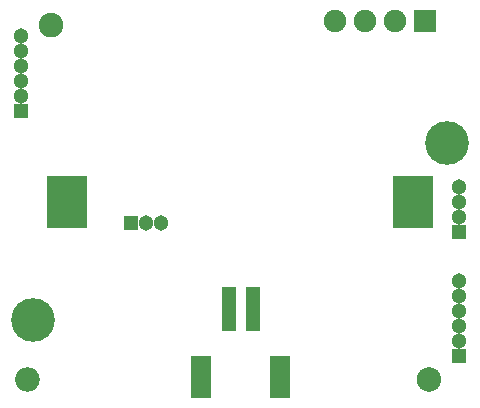
<source format=gbr>
%TF.GenerationSoftware,Altium Limited,Altium Designer,20.1.14 (287)*%
G04 Layer_Color=16711935*
%FSLAX45Y45*%
%MOMM*%
%TF.SameCoordinates,D919A4BC-3EF6-4BA5-801F-EB9C9E4D33F9*%
%TF.FilePolarity,Negative*%
%TF.FileFunction,Soldermask,Bot*%
%TF.Part,Single*%
G01*
G75*
%TA.AperFunction,NonConductor*%
%ADD63C,0.10000*%
%TA.AperFunction,ComponentPad*%
%ADD93C,3.70320*%
%ADD94R,1.30320X1.30320*%
%ADD95C,1.30320*%
%ADD96C,1.90320*%
%ADD97R,1.90320X1.90320*%
%ADD98R,1.30320X1.30320*%
%TA.AperFunction,SMDPad,CuDef*%
%ADD101R,3.40320X4.40320*%
%ADD102R,1.70320X3.60320*%
%ADD103R,1.20320X3.70320*%
G36*
X429169Y3296157D02*
X447368Y3288619D01*
X463746Y3277675D01*
X477675Y3263746D01*
X488619Y3247368D01*
X496157Y3229169D01*
X500000Y3209849D01*
Y3200000D01*
Y3190151D01*
X496157Y3170831D01*
X488619Y3152632D01*
X477675Y3136254D01*
X463746Y3122325D01*
X447368Y3111381D01*
X429169Y3103843D01*
X409849Y3100000D01*
X390151D01*
X370831Y3103843D01*
X352632Y3111381D01*
X336254Y3122325D01*
X322325Y3136254D01*
X311381Y3152632D01*
X303843Y3170831D01*
X300000Y3190151D01*
Y3200000D01*
Y3209849D01*
X303843Y3229169D01*
X311381Y3247368D01*
X322325Y3263746D01*
X336254Y3277675D01*
X352632Y3288619D01*
X370831Y3296157D01*
X390151Y3300000D01*
X409849D01*
X429169Y3296157D01*
D02*
G37*
G36*
X229169Y296157D02*
X247368Y288619D01*
X263746Y277675D01*
X277675Y263746D01*
X288619Y247368D01*
X296157Y229169D01*
X300000Y209849D01*
Y200000D01*
Y190151D01*
X296157Y170831D01*
X288619Y152632D01*
X277675Y136254D01*
X263746Y122325D01*
X247368Y111381D01*
X229169Y103843D01*
X209849Y100000D01*
X190151D01*
X170831Y103843D01*
X152632Y111381D01*
X136254Y122325D01*
X122325Y136254D01*
X111381Y152632D01*
X103843Y170831D01*
X100000Y190151D01*
Y200000D01*
Y209849D01*
X103843Y229169D01*
X111381Y247368D01*
X122325Y263746D01*
X136254Y277675D01*
X152632Y288619D01*
X170831Y296157D01*
X190151Y300000D01*
X209849D01*
X229169Y296157D01*
D02*
G37*
G36*
X3629169Y296157D02*
X3647368Y288619D01*
X3663746Y277675D01*
X3677675Y263746D01*
X3688619Y247368D01*
X3696157Y229169D01*
X3700000Y209849D01*
Y200000D01*
Y190150D01*
X3696157Y170831D01*
X3688619Y152632D01*
X3677675Y136253D01*
X3663746Y122325D01*
X3647368Y111381D01*
X3629169Y103843D01*
X3609849Y100000D01*
X3590151D01*
X3570831Y103843D01*
X3552632Y111381D01*
X3536254Y122325D01*
X3522325Y136253D01*
X3511381Y152632D01*
X3503843Y170831D01*
X3500000Y190150D01*
Y200000D01*
Y209849D01*
X3503843Y229169D01*
X3511381Y247368D01*
X3522325Y263746D01*
X3536254Y277675D01*
X3552632Y288619D01*
X3570831Y296157D01*
X3590151Y300000D01*
X3609849D01*
X3629169Y296157D01*
D02*
G37*
D63*
X500000Y3200000D02*
G03*
X500000Y3200000I-100000J0D01*
G01*
X3700000Y200000D02*
G03*
X3700000Y200000I-100000J0D01*
G01*
X300000Y200000D02*
G03*
X300000Y200000I-100000J0D01*
G01*
D93*
X3750000Y2200000D02*
D03*
X250000Y700000D02*
D03*
D94*
X150000Y2476701D02*
D03*
X3850000Y1447825D02*
D03*
Y396000D02*
D03*
D95*
X150000Y2603701D02*
D03*
Y2730701D02*
D03*
Y2857701D02*
D03*
Y2984701D02*
D03*
Y3111701D02*
D03*
X3850000Y1574825D02*
D03*
Y1701825D02*
D03*
Y1828825D02*
D03*
Y523000D02*
D03*
Y650000D02*
D03*
Y777000D02*
D03*
Y904000D02*
D03*
Y1031000D02*
D03*
X1327000Y1526274D02*
D03*
X1200000D02*
D03*
D96*
X3312371Y3239427D02*
D03*
X3058371D02*
D03*
X2804371D02*
D03*
D97*
X3566371D02*
D03*
D98*
X1073000Y1526274D02*
D03*
D101*
X533871Y1700000D02*
D03*
X3463871D02*
D03*
D102*
X2342500Y221275D02*
D03*
X1672500D02*
D03*
D103*
X1904300Y796275D02*
D03*
X2107500D02*
D03*
%TF.MD5,92e44945de3ec9b58554a517c387c798*%
M02*

</source>
